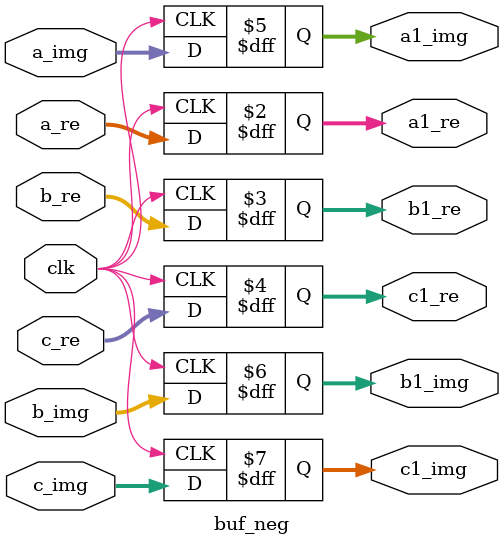
<source format=v>
module buf_neg(
    input [31:0] a_re,
    input [31:0] b_re,
    input [31:0] c_re,
	 input [31:0] a_img,
	 input [31:0] b_img,
	 input [31:0] c_img,
    output reg [31:0] a1_re,
    output reg  [31:0] b1_re,
    output reg [31:0] c1_re,
	 output reg  [31:0] a1_img,
	 output reg  [31:0] b1_img,
	 output reg  [31:0] c1_img,
    input clk
    );
always @(negedge clk) begin
a1_re=a_re;
a1_img<=a_img;
b1_re<=b_re;
b1_img<=b_img;
c1_re<=c_re;
c1_img<=c_img;
end

endmodule
</source>
